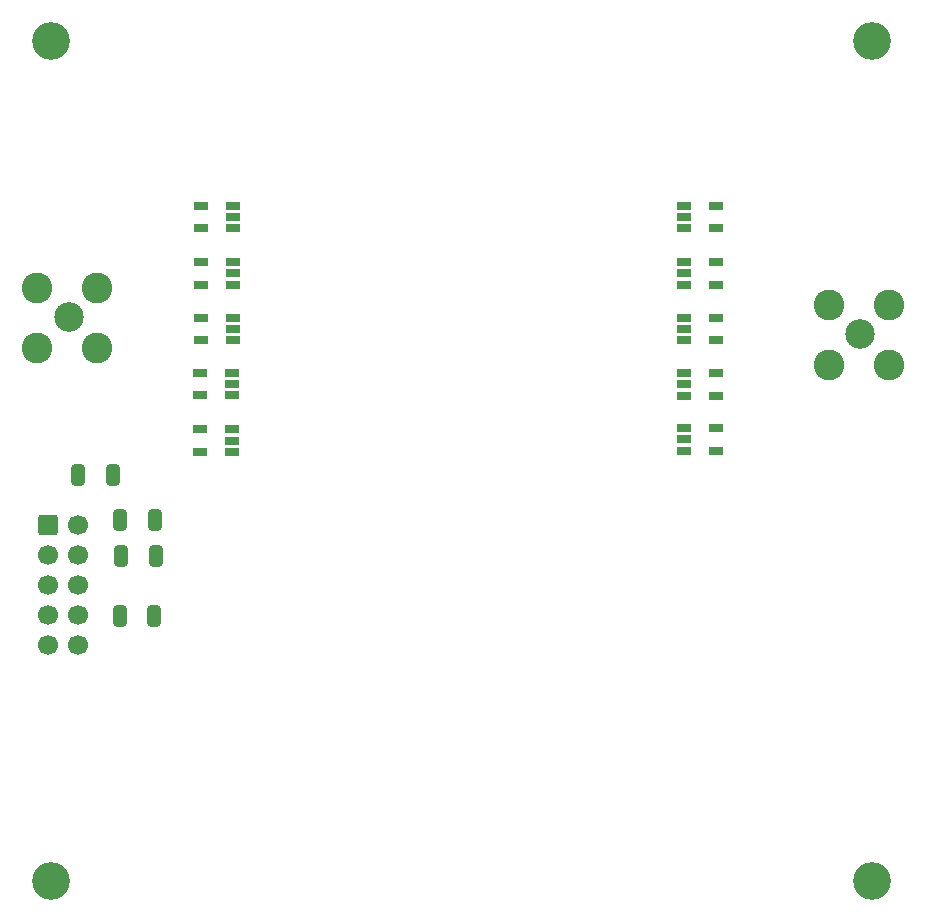
<source format=gbs>
G04 #@! TF.GenerationSoftware,KiCad,Pcbnew,8.0.2*
G04 #@! TF.CreationDate,2024-05-05T06:41:10-04:00*
G04 #@! TF.ProjectId,sdt_lpf,7364745f-6c70-4662-9e6b-696361645f70,rev?*
G04 #@! TF.SameCoordinates,PX62de0f0PY8af5bb0*
G04 #@! TF.FileFunction,Soldermask,Bot*
G04 #@! TF.FilePolarity,Negative*
%FSLAX46Y46*%
G04 Gerber Fmt 4.6, Leading zero omitted, Abs format (unit mm)*
G04 Created by KiCad (PCBNEW 8.0.2) date 2024-05-05 06:41:10*
%MOMM*%
%LPD*%
G01*
G04 APERTURE LIST*
G04 Aperture macros list*
%AMRoundRect*
0 Rectangle with rounded corners*
0 $1 Rounding radius*
0 $2 $3 $4 $5 $6 $7 $8 $9 X,Y pos of 4 corners*
0 Add a 4 corners polygon primitive as box body*
4,1,4,$2,$3,$4,$5,$6,$7,$8,$9,$2,$3,0*
0 Add four circle primitives for the rounded corners*
1,1,$1+$1,$2,$3*
1,1,$1+$1,$4,$5*
1,1,$1+$1,$6,$7*
1,1,$1+$1,$8,$9*
0 Add four rect primitives between the rounded corners*
20,1,$1+$1,$2,$3,$4,$5,0*
20,1,$1+$1,$4,$5,$6,$7,0*
20,1,$1+$1,$6,$7,$8,$9,0*
20,1,$1+$1,$8,$9,$2,$3,0*%
G04 Aperture macros list end*
%ADD10C,3.200000*%
%ADD11C,2.600000*%
%ADD12C,2.500000*%
%ADD13RoundRect,0.250000X-0.600000X-0.600000X0.600000X-0.600000X0.600000X0.600000X-0.600000X0.600000X0*%
%ADD14C,1.700000*%
%ADD15RoundRect,0.070000X-0.525000X0.300000X-0.525000X-0.300000X0.525000X-0.300000X0.525000X0.300000X0*%
%ADD16RoundRect,0.250000X0.325000X0.650000X-0.325000X0.650000X-0.325000X-0.650000X0.325000X-0.650000X0*%
%ADD17RoundRect,0.070000X0.525000X-0.300000X0.525000X0.300000X-0.525000X0.300000X-0.525000X-0.300000X0*%
G04 APERTURE END LIST*
D10*
X-50000Y71150000D03*
X69500000Y71100000D03*
D11*
X-1180000Y50200000D03*
X-1180000Y45120000D03*
X3900000Y50200000D03*
X3900000Y45120000D03*
D12*
X1460000Y47735000D03*
D13*
X-250000Y30130000D03*
D14*
X2290000Y30130000D03*
X-250000Y27590000D03*
X2290000Y27590000D03*
X-250000Y25050000D03*
X2290000Y25050000D03*
X-250000Y22510000D03*
X2290000Y22510000D03*
X-250000Y19970000D03*
X2290000Y19970000D03*
D11*
X65800000Y48800000D03*
X65800000Y43720000D03*
X70880000Y48800000D03*
X70880000Y43720000D03*
D12*
X68440000Y46335000D03*
D10*
X69500000Y0D03*
X0Y0D03*
D15*
X15350000Y47700000D03*
X15350000Y46750000D03*
X15350000Y45800000D03*
X12650000Y45800000D03*
X12650000Y47700000D03*
X15350000Y57200000D03*
X15350000Y56250000D03*
X15350000Y55300000D03*
X12650000Y55300000D03*
X12650000Y57200000D03*
D16*
X8725000Y22450000D03*
X5775000Y22450000D03*
D15*
X15300000Y43050000D03*
X15300000Y42100000D03*
X15300000Y41150000D03*
X12600000Y41150000D03*
X12600000Y43050000D03*
D17*
X53550000Y55300000D03*
X53550000Y56250000D03*
X53550000Y57200000D03*
X56250000Y57200000D03*
X56250000Y55300000D03*
X53550000Y41100000D03*
X53550000Y42050000D03*
X53550000Y43000000D03*
X56250000Y43000000D03*
X56250000Y41100000D03*
D15*
X15300000Y38250000D03*
X15300000Y37300000D03*
X15300000Y36350000D03*
X12600000Y36350000D03*
X12600000Y38250000D03*
X15350000Y52400000D03*
X15350000Y51450000D03*
X15350000Y50500000D03*
X12650000Y50500000D03*
X12650000Y52400000D03*
D16*
X8825000Y27500000D03*
X5875000Y27500000D03*
D17*
X53550000Y45800000D03*
X53550000Y46750000D03*
X53550000Y47700000D03*
X56250000Y47700000D03*
X56250000Y45800000D03*
X53550000Y36450000D03*
X53550000Y37400000D03*
X53550000Y38350000D03*
X56250000Y38350000D03*
X56250000Y36450000D03*
D16*
X8775000Y30600000D03*
X5825000Y30600000D03*
D17*
X53550000Y50500000D03*
X53550000Y51450000D03*
X53550000Y52400000D03*
X56250000Y52400000D03*
X56250000Y50500000D03*
D16*
X5225000Y34350000D03*
X2275000Y34350000D03*
M02*

</source>
